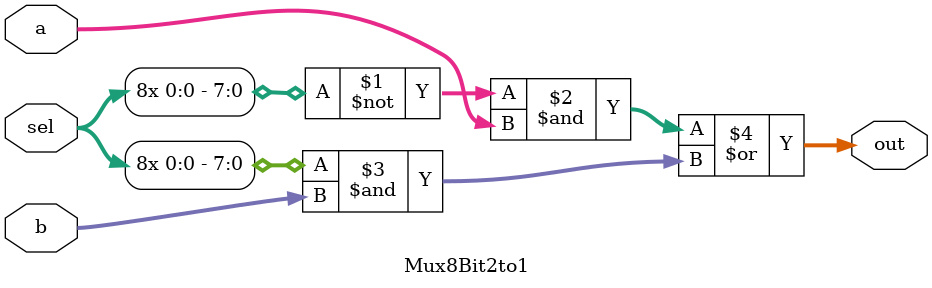
<source format=sv>
module Mux8Bit2to1 (
    input  logic       sel,    // 1-bit selector signal
    input  logic [7:0] a,      // 8-bit input vector 'a'
    input  logic [7:0] b,      // 8-bit input vector 'b'
    output logic [7:0] out     // 8-bit output vector 'out'
);

// Implementation using bit-wise operations to select between inputs
assign out = (~{8{sel}} & a) | ({8{sel}} & b);

endmodule
</source>
